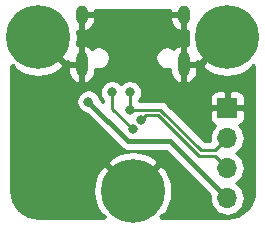
<source format=gbl>
G04 #@! TF.GenerationSoftware,KiCad,Pcbnew,(5.1.4)-1*
G04 #@! TF.CreationDate,2020-02-17T01:36:26-08:00*
G04 #@! TF.ProjectId,daughterboard,64617567-6874-4657-9262-6f6172642e6b,rev?*
G04 #@! TF.SameCoordinates,Original*
G04 #@! TF.FileFunction,Copper,L2,Bot*
G04 #@! TF.FilePolarity,Positive*
%FSLAX46Y46*%
G04 Gerber Fmt 4.6, Leading zero omitted, Abs format (unit mm)*
G04 Created by KiCad (PCBNEW (5.1.4)-1) date 2020-02-17 01:36:26*
%MOMM*%
%LPD*%
G04 APERTURE LIST*
%ADD10O,1.000000X2.100000*%
%ADD11O,1.000000X1.600000*%
%ADD12C,0.800000*%
%ADD13C,5.400000*%
%ADD14R,1.700000X1.700000*%
%ADD15O,1.700000X1.700000*%
%ADD16C,0.381000*%
%ADD17C,0.254000*%
G04 APERTURE END LIST*
D10*
X15320000Y-5280000D03*
X6680000Y-5280000D03*
D11*
X15320000Y-1100000D03*
X6680000Y-1100000D03*
D12*
X20431891Y-1568109D03*
X19000000Y-975000D03*
X17568109Y-1568109D03*
X16975000Y-3000000D03*
X17568109Y-4431891D03*
X19000000Y-5025000D03*
X20431891Y-4431891D03*
X21025000Y-3000000D03*
D13*
X19000000Y-3000000D03*
D12*
X4431891Y-1568109D03*
X3000000Y-975000D03*
X1568109Y-1568109D03*
X975000Y-3000000D03*
X1568109Y-4431891D03*
X3000000Y-5025000D03*
X4431891Y-4431891D03*
X5025000Y-3000000D03*
D13*
X3000000Y-3000000D03*
D12*
X12431891Y-14568109D03*
X11000000Y-13975000D03*
X9568109Y-14568109D03*
X8975000Y-16000000D03*
X9568109Y-17431891D03*
X11000000Y-18025000D03*
X12431891Y-17431891D03*
X13025000Y-16000000D03*
D13*
X11000000Y-16000000D03*
D14*
X19000000Y-9000000D03*
D15*
X19000000Y-11540000D03*
X19000000Y-14080000D03*
X19000000Y-16620000D03*
D12*
X10750000Y-7674000D03*
X10750000Y-9150000D03*
X11700000Y-10000000D03*
X7251831Y-8451831D03*
X11000000Y-10800000D03*
X9250000Y-7674001D03*
D16*
X6680000Y-3849000D02*
X6680000Y-1100000D01*
X6680000Y-5280000D02*
X6680000Y-3849000D01*
X15320000Y-1100000D02*
X15320000Y-5280000D01*
D17*
X10750000Y-7674000D02*
X10750000Y-9150000D01*
X17958600Y-12581400D02*
X19000000Y-11540000D01*
X16784392Y-12581400D02*
X17958600Y-12581400D01*
X13352992Y-9150000D02*
X16784392Y-12581400D01*
X10750000Y-9150000D02*
X13352992Y-9150000D01*
X11700000Y-10000000D02*
X12092790Y-9607210D01*
X17958600Y-13038600D02*
X16595012Y-13038600D01*
X19000000Y-14080000D02*
X17958600Y-13038600D01*
X13163622Y-9607210D02*
X16595012Y-13038600D01*
X12092790Y-9607210D02*
X13163622Y-9607210D01*
D16*
X19000000Y-16620000D02*
X14180000Y-11800000D01*
X14180000Y-11800000D02*
X10600000Y-11800000D01*
X10600000Y-11800000D02*
X7251831Y-8451831D01*
D17*
X9250000Y-9050000D02*
X11000000Y-10800000D01*
X9250000Y-7674001D02*
X9250000Y-9050000D01*
G36*
X14185000Y-973000D02*
G01*
X15193000Y-973000D01*
X15193000Y-953000D01*
X15447000Y-953000D01*
X15447000Y-973000D01*
X15467000Y-973000D01*
X15467000Y-1227000D01*
X15447000Y-1227000D01*
X15447000Y-2367954D01*
X15621874Y-2494119D01*
X15701787Y-2465520D01*
X15648866Y-2995431D01*
X15712366Y-3649293D01*
X15718787Y-3670564D01*
X15621874Y-3635881D01*
X15447000Y-3762046D01*
X15447000Y-5153000D01*
X16455000Y-5153000D01*
X16455000Y-5029098D01*
X16654626Y-5165769D01*
X18820395Y-3000000D01*
X18806253Y-2985858D01*
X18985858Y-2806253D01*
X19000000Y-2820395D01*
X19014143Y-2806253D01*
X19193748Y-2985858D01*
X19179605Y-3000000D01*
X19193748Y-3014143D01*
X19014143Y-3193748D01*
X19000000Y-3179605D01*
X16834231Y-5345374D01*
X17134411Y-5783828D01*
X17713356Y-6094296D01*
X18341746Y-6285852D01*
X18995431Y-6351134D01*
X19649293Y-6287634D01*
X20278203Y-6097792D01*
X20857992Y-5788904D01*
X20865589Y-5783828D01*
X21165768Y-5345376D01*
X21279373Y-5458981D01*
X21290000Y-5448354D01*
X21290001Y-15965269D01*
X21243048Y-16444133D01*
X21114063Y-16871353D01*
X20904554Y-17265384D01*
X20622501Y-17611214D01*
X20278651Y-17895672D01*
X19886093Y-18107927D01*
X19459788Y-18239891D01*
X18983036Y-18290000D01*
X13448354Y-18290000D01*
X13458981Y-18279373D01*
X13345376Y-18165768D01*
X13783828Y-17865589D01*
X14094296Y-17286644D01*
X14285852Y-16658254D01*
X14351134Y-16004569D01*
X14287634Y-15350707D01*
X14097792Y-14721797D01*
X13788904Y-14142008D01*
X13783828Y-14134411D01*
X13345374Y-13834231D01*
X11179605Y-16000000D01*
X11193748Y-16014143D01*
X11014143Y-16193748D01*
X11000000Y-16179605D01*
X10985858Y-16193748D01*
X10806253Y-16014143D01*
X10820395Y-16000000D01*
X8654626Y-13834231D01*
X8216172Y-14134411D01*
X7905704Y-14713356D01*
X7714148Y-15341746D01*
X7648866Y-15995431D01*
X7712366Y-16649293D01*
X7902208Y-17278203D01*
X8211096Y-17857992D01*
X8216172Y-17865589D01*
X8654624Y-18165768D01*
X8541019Y-18279373D01*
X8551646Y-18290000D01*
X3034721Y-18290000D01*
X2555867Y-18243048D01*
X2128647Y-18114063D01*
X1734616Y-17904554D01*
X1388786Y-17622501D01*
X1104328Y-17278651D01*
X892073Y-16886093D01*
X760109Y-16459788D01*
X710000Y-15983036D01*
X710000Y-13654626D01*
X8834231Y-13654626D01*
X11000000Y-15820395D01*
X13165769Y-13654626D01*
X12865589Y-13216172D01*
X12286644Y-12905704D01*
X11658254Y-12714148D01*
X11004569Y-12648866D01*
X10350707Y-12712366D01*
X9721797Y-12902208D01*
X9142008Y-13211096D01*
X9134411Y-13216172D01*
X8834231Y-13654626D01*
X710000Y-13654626D01*
X710000Y-8349892D01*
X6216831Y-8349892D01*
X6216831Y-8553770D01*
X6256605Y-8753729D01*
X6334626Y-8942087D01*
X6447894Y-9111605D01*
X6592057Y-9255768D01*
X6761575Y-9369036D01*
X6949933Y-9447057D01*
X7111827Y-9479260D01*
X9987606Y-12355039D01*
X10013459Y-12386541D01*
X10068877Y-12432021D01*
X10139157Y-12489699D01*
X10282566Y-12566353D01*
X10438174Y-12613556D01*
X10559447Y-12625500D01*
X10559449Y-12625500D01*
X10599999Y-12629494D01*
X10640550Y-12625500D01*
X13838068Y-12625500D01*
X17537644Y-16325076D01*
X17536487Y-16328889D01*
X17507815Y-16620000D01*
X17536487Y-16911111D01*
X17621401Y-17191034D01*
X17759294Y-17449014D01*
X17944866Y-17675134D01*
X18170986Y-17860706D01*
X18428966Y-17998599D01*
X18708889Y-18083513D01*
X18927050Y-18105000D01*
X19072950Y-18105000D01*
X19291111Y-18083513D01*
X19571034Y-17998599D01*
X19829014Y-17860706D01*
X20055134Y-17675134D01*
X20240706Y-17449014D01*
X20378599Y-17191034D01*
X20463513Y-16911111D01*
X20492185Y-16620000D01*
X20463513Y-16328889D01*
X20378599Y-16048966D01*
X20240706Y-15790986D01*
X20055134Y-15564866D01*
X19829014Y-15379294D01*
X19774209Y-15350000D01*
X19829014Y-15320706D01*
X20055134Y-15135134D01*
X20240706Y-14909014D01*
X20378599Y-14651034D01*
X20463513Y-14371111D01*
X20492185Y-14080000D01*
X20463513Y-13788889D01*
X20378599Y-13508966D01*
X20240706Y-13250986D01*
X20055134Y-13024866D01*
X19829014Y-12839294D01*
X19774209Y-12810000D01*
X19829014Y-12780706D01*
X20055134Y-12595134D01*
X20240706Y-12369014D01*
X20378599Y-12111034D01*
X20463513Y-11831111D01*
X20492185Y-11540000D01*
X20463513Y-11248889D01*
X20378599Y-10968966D01*
X20240706Y-10710986D01*
X20055134Y-10484866D01*
X20025313Y-10460393D01*
X20094180Y-10439502D01*
X20204494Y-10380537D01*
X20301185Y-10301185D01*
X20380537Y-10204494D01*
X20439502Y-10094180D01*
X20475812Y-9974482D01*
X20488072Y-9850000D01*
X20485000Y-9285750D01*
X20326250Y-9127000D01*
X19127000Y-9127000D01*
X19127000Y-9147000D01*
X18873000Y-9147000D01*
X18873000Y-9127000D01*
X17673750Y-9127000D01*
X17515000Y-9285750D01*
X17511928Y-9850000D01*
X17524188Y-9974482D01*
X17560498Y-10094180D01*
X17619463Y-10204494D01*
X17698815Y-10301185D01*
X17795506Y-10380537D01*
X17905820Y-10439502D01*
X17974687Y-10460393D01*
X17944866Y-10484866D01*
X17759294Y-10710986D01*
X17621401Y-10968966D01*
X17536487Y-11248889D01*
X17507815Y-11540000D01*
X17535334Y-11819400D01*
X17100023Y-11819400D01*
X13918276Y-8637654D01*
X13894414Y-8608578D01*
X13778384Y-8513355D01*
X13646007Y-8442598D01*
X13502370Y-8399026D01*
X13390418Y-8388000D01*
X13390415Y-8388000D01*
X13352992Y-8384314D01*
X13315569Y-8388000D01*
X11512000Y-8388000D01*
X11512000Y-8375711D01*
X11553937Y-8333774D01*
X11667205Y-8164256D01*
X11673110Y-8150000D01*
X17511928Y-8150000D01*
X17515000Y-8714250D01*
X17673750Y-8873000D01*
X18873000Y-8873000D01*
X18873000Y-7673750D01*
X19127000Y-7673750D01*
X19127000Y-8873000D01*
X20326250Y-8873000D01*
X20485000Y-8714250D01*
X20488072Y-8150000D01*
X20475812Y-8025518D01*
X20439502Y-7905820D01*
X20380537Y-7795506D01*
X20301185Y-7698815D01*
X20204494Y-7619463D01*
X20094180Y-7560498D01*
X19974482Y-7524188D01*
X19850000Y-7511928D01*
X19285750Y-7515000D01*
X19127000Y-7673750D01*
X18873000Y-7673750D01*
X18714250Y-7515000D01*
X18150000Y-7511928D01*
X18025518Y-7524188D01*
X17905820Y-7560498D01*
X17795506Y-7619463D01*
X17698815Y-7698815D01*
X17619463Y-7795506D01*
X17560498Y-7905820D01*
X17524188Y-8025518D01*
X17511928Y-8150000D01*
X11673110Y-8150000D01*
X11745226Y-7975898D01*
X11785000Y-7775939D01*
X11785000Y-7572061D01*
X11745226Y-7372102D01*
X11667205Y-7183744D01*
X11553937Y-7014226D01*
X11409774Y-6870063D01*
X11240256Y-6756795D01*
X11051898Y-6678774D01*
X10851939Y-6639000D01*
X10648061Y-6639000D01*
X10448102Y-6678774D01*
X10259744Y-6756795D01*
X10090226Y-6870063D01*
X10000000Y-6960290D01*
X9909774Y-6870064D01*
X9740256Y-6756796D01*
X9551898Y-6678775D01*
X9351939Y-6639001D01*
X9148061Y-6639001D01*
X8948102Y-6678775D01*
X8759744Y-6756796D01*
X8590226Y-6870064D01*
X8446063Y-7014227D01*
X8332795Y-7183745D01*
X8254774Y-7372103D01*
X8215000Y-7572062D01*
X8215000Y-7775940D01*
X8254774Y-7975899D01*
X8332795Y-8164257D01*
X8446063Y-8333775D01*
X8488001Y-8375713D01*
X8488001Y-8520568D01*
X8279260Y-8311827D01*
X8247057Y-8149933D01*
X8169036Y-7961575D01*
X8055768Y-7792057D01*
X7911605Y-7647894D01*
X7742087Y-7534626D01*
X7553729Y-7456605D01*
X7353770Y-7416831D01*
X7149892Y-7416831D01*
X6949933Y-7456605D01*
X6761575Y-7534626D01*
X6592057Y-7647894D01*
X6447894Y-7792057D01*
X6334626Y-7961575D01*
X6256605Y-8149933D01*
X6216831Y-8349892D01*
X710000Y-8349892D01*
X710000Y-5448354D01*
X720627Y-5458981D01*
X834232Y-5345376D01*
X1134411Y-5783828D01*
X1713356Y-6094296D01*
X2341746Y-6285852D01*
X2995431Y-6351134D01*
X3649293Y-6287634D01*
X4278203Y-6097792D01*
X4857992Y-5788904D01*
X4865589Y-5783828D01*
X5123577Y-5407000D01*
X5545000Y-5407000D01*
X5545000Y-5957000D01*
X5591585Y-6175987D01*
X5679997Y-6381678D01*
X5806839Y-6566169D01*
X5967236Y-6722369D01*
X6155024Y-6844276D01*
X6378126Y-6924119D01*
X6553000Y-6797954D01*
X6553000Y-5407000D01*
X5545000Y-5407000D01*
X5123577Y-5407000D01*
X5165769Y-5345374D01*
X3000000Y-3179605D01*
X2985858Y-3193748D01*
X2806253Y-3014143D01*
X2820395Y-3000000D01*
X2806253Y-2985858D01*
X2985858Y-2806253D01*
X3000000Y-2820395D01*
X3014143Y-2806253D01*
X3193748Y-2985858D01*
X3179605Y-3000000D01*
X5345374Y-5165769D01*
X5545000Y-5029098D01*
X5545000Y-5153000D01*
X6553000Y-5153000D01*
X6553000Y-3762046D01*
X6807000Y-3762046D01*
X6807000Y-5153000D01*
X6827000Y-5153000D01*
X6827000Y-5407000D01*
X6807000Y-5407000D01*
X6807000Y-6797954D01*
X6981874Y-6924119D01*
X7204976Y-6844276D01*
X7392764Y-6722369D01*
X7553161Y-6566169D01*
X7680003Y-6381678D01*
X7768415Y-6175987D01*
X7815000Y-5957000D01*
X7815000Y-5666904D01*
X7829978Y-5673108D01*
X8015448Y-5710000D01*
X8204552Y-5710000D01*
X8390022Y-5673108D01*
X8564731Y-5600741D01*
X8721964Y-5495681D01*
X8855681Y-5361964D01*
X8960741Y-5204731D01*
X9033108Y-5030022D01*
X9070000Y-4844552D01*
X9070000Y-4655448D01*
X12930000Y-4655448D01*
X12930000Y-4844552D01*
X12966892Y-5030022D01*
X13039259Y-5204731D01*
X13144319Y-5361964D01*
X13278036Y-5495681D01*
X13435269Y-5600741D01*
X13609978Y-5673108D01*
X13795448Y-5710000D01*
X13984552Y-5710000D01*
X14170022Y-5673108D01*
X14185000Y-5666904D01*
X14185000Y-5957000D01*
X14231585Y-6175987D01*
X14319997Y-6381678D01*
X14446839Y-6566169D01*
X14607236Y-6722369D01*
X14795024Y-6844276D01*
X15018126Y-6924119D01*
X15193000Y-6797954D01*
X15193000Y-5407000D01*
X15447000Y-5407000D01*
X15447000Y-6797954D01*
X15621874Y-6924119D01*
X15844976Y-6844276D01*
X16032764Y-6722369D01*
X16193161Y-6566169D01*
X16320003Y-6381678D01*
X16408415Y-6175987D01*
X16455000Y-5957000D01*
X16455000Y-5407000D01*
X15447000Y-5407000D01*
X15193000Y-5407000D01*
X15173000Y-5407000D01*
X15173000Y-5153000D01*
X15193000Y-5153000D01*
X15193000Y-3762046D01*
X15018126Y-3635881D01*
X14795024Y-3715724D01*
X14607236Y-3837631D01*
X14462884Y-3978206D01*
X14344731Y-3899259D01*
X14170022Y-3826892D01*
X13984552Y-3790000D01*
X13795448Y-3790000D01*
X13609978Y-3826892D01*
X13435269Y-3899259D01*
X13278036Y-4004319D01*
X13144319Y-4138036D01*
X13039259Y-4295269D01*
X12966892Y-4469978D01*
X12930000Y-4655448D01*
X9070000Y-4655448D01*
X9033108Y-4469978D01*
X8960741Y-4295269D01*
X8855681Y-4138036D01*
X8721964Y-4004319D01*
X8564731Y-3899259D01*
X8390022Y-3826892D01*
X8204552Y-3790000D01*
X8015448Y-3790000D01*
X7829978Y-3826892D01*
X7655269Y-3899259D01*
X7537116Y-3978206D01*
X7392764Y-3837631D01*
X7204976Y-3715724D01*
X6981874Y-3635881D01*
X6807000Y-3762046D01*
X6553000Y-3762046D01*
X6378126Y-3635881D01*
X6282208Y-3670208D01*
X6285852Y-3658254D01*
X6351134Y-3004569D01*
X6298805Y-2465732D01*
X6378126Y-2494119D01*
X6553000Y-2367954D01*
X6553000Y-1227000D01*
X6807000Y-1227000D01*
X6807000Y-2367954D01*
X6981874Y-2494119D01*
X7204976Y-2414276D01*
X7392764Y-2292369D01*
X7553161Y-2136169D01*
X7680003Y-1951678D01*
X7768415Y-1745987D01*
X7815000Y-1527000D01*
X7815000Y-1227000D01*
X14185000Y-1227000D01*
X14185000Y-1527000D01*
X14231585Y-1745987D01*
X14319997Y-1951678D01*
X14446839Y-2136169D01*
X14607236Y-2292369D01*
X14795024Y-2414276D01*
X15018126Y-2494119D01*
X15193000Y-2367954D01*
X15193000Y-1227000D01*
X14185000Y-1227000D01*
X7815000Y-1227000D01*
X6807000Y-1227000D01*
X6553000Y-1227000D01*
X6533000Y-1227000D01*
X6533000Y-973000D01*
X6553000Y-973000D01*
X6553000Y-953000D01*
X6807000Y-953000D01*
X6807000Y-973000D01*
X7815000Y-973000D01*
X7815000Y-710000D01*
X14185000Y-710000D01*
X14185000Y-973000D01*
X14185000Y-973000D01*
G37*
X14185000Y-973000D02*
X15193000Y-973000D01*
X15193000Y-953000D01*
X15447000Y-953000D01*
X15447000Y-973000D01*
X15467000Y-973000D01*
X15467000Y-1227000D01*
X15447000Y-1227000D01*
X15447000Y-2367954D01*
X15621874Y-2494119D01*
X15701787Y-2465520D01*
X15648866Y-2995431D01*
X15712366Y-3649293D01*
X15718787Y-3670564D01*
X15621874Y-3635881D01*
X15447000Y-3762046D01*
X15447000Y-5153000D01*
X16455000Y-5153000D01*
X16455000Y-5029098D01*
X16654626Y-5165769D01*
X18820395Y-3000000D01*
X18806253Y-2985858D01*
X18985858Y-2806253D01*
X19000000Y-2820395D01*
X19014143Y-2806253D01*
X19193748Y-2985858D01*
X19179605Y-3000000D01*
X19193748Y-3014143D01*
X19014143Y-3193748D01*
X19000000Y-3179605D01*
X16834231Y-5345374D01*
X17134411Y-5783828D01*
X17713356Y-6094296D01*
X18341746Y-6285852D01*
X18995431Y-6351134D01*
X19649293Y-6287634D01*
X20278203Y-6097792D01*
X20857992Y-5788904D01*
X20865589Y-5783828D01*
X21165768Y-5345376D01*
X21279373Y-5458981D01*
X21290000Y-5448354D01*
X21290001Y-15965269D01*
X21243048Y-16444133D01*
X21114063Y-16871353D01*
X20904554Y-17265384D01*
X20622501Y-17611214D01*
X20278651Y-17895672D01*
X19886093Y-18107927D01*
X19459788Y-18239891D01*
X18983036Y-18290000D01*
X13448354Y-18290000D01*
X13458981Y-18279373D01*
X13345376Y-18165768D01*
X13783828Y-17865589D01*
X14094296Y-17286644D01*
X14285852Y-16658254D01*
X14351134Y-16004569D01*
X14287634Y-15350707D01*
X14097792Y-14721797D01*
X13788904Y-14142008D01*
X13783828Y-14134411D01*
X13345374Y-13834231D01*
X11179605Y-16000000D01*
X11193748Y-16014143D01*
X11014143Y-16193748D01*
X11000000Y-16179605D01*
X10985858Y-16193748D01*
X10806253Y-16014143D01*
X10820395Y-16000000D01*
X8654626Y-13834231D01*
X8216172Y-14134411D01*
X7905704Y-14713356D01*
X7714148Y-15341746D01*
X7648866Y-15995431D01*
X7712366Y-16649293D01*
X7902208Y-17278203D01*
X8211096Y-17857992D01*
X8216172Y-17865589D01*
X8654624Y-18165768D01*
X8541019Y-18279373D01*
X8551646Y-18290000D01*
X3034721Y-18290000D01*
X2555867Y-18243048D01*
X2128647Y-18114063D01*
X1734616Y-17904554D01*
X1388786Y-17622501D01*
X1104328Y-17278651D01*
X892073Y-16886093D01*
X760109Y-16459788D01*
X710000Y-15983036D01*
X710000Y-13654626D01*
X8834231Y-13654626D01*
X11000000Y-15820395D01*
X13165769Y-13654626D01*
X12865589Y-13216172D01*
X12286644Y-12905704D01*
X11658254Y-12714148D01*
X11004569Y-12648866D01*
X10350707Y-12712366D01*
X9721797Y-12902208D01*
X9142008Y-13211096D01*
X9134411Y-13216172D01*
X8834231Y-13654626D01*
X710000Y-13654626D01*
X710000Y-8349892D01*
X6216831Y-8349892D01*
X6216831Y-8553770D01*
X6256605Y-8753729D01*
X6334626Y-8942087D01*
X6447894Y-9111605D01*
X6592057Y-9255768D01*
X6761575Y-9369036D01*
X6949933Y-9447057D01*
X7111827Y-9479260D01*
X9987606Y-12355039D01*
X10013459Y-12386541D01*
X10068877Y-12432021D01*
X10139157Y-12489699D01*
X10282566Y-12566353D01*
X10438174Y-12613556D01*
X10559447Y-12625500D01*
X10559449Y-12625500D01*
X10599999Y-12629494D01*
X10640550Y-12625500D01*
X13838068Y-12625500D01*
X17537644Y-16325076D01*
X17536487Y-16328889D01*
X17507815Y-16620000D01*
X17536487Y-16911111D01*
X17621401Y-17191034D01*
X17759294Y-17449014D01*
X17944866Y-17675134D01*
X18170986Y-17860706D01*
X18428966Y-17998599D01*
X18708889Y-18083513D01*
X18927050Y-18105000D01*
X19072950Y-18105000D01*
X19291111Y-18083513D01*
X19571034Y-17998599D01*
X19829014Y-17860706D01*
X20055134Y-17675134D01*
X20240706Y-17449014D01*
X20378599Y-17191034D01*
X20463513Y-16911111D01*
X20492185Y-16620000D01*
X20463513Y-16328889D01*
X20378599Y-16048966D01*
X20240706Y-15790986D01*
X20055134Y-15564866D01*
X19829014Y-15379294D01*
X19774209Y-15350000D01*
X19829014Y-15320706D01*
X20055134Y-15135134D01*
X20240706Y-14909014D01*
X20378599Y-14651034D01*
X20463513Y-14371111D01*
X20492185Y-14080000D01*
X20463513Y-13788889D01*
X20378599Y-13508966D01*
X20240706Y-13250986D01*
X20055134Y-13024866D01*
X19829014Y-12839294D01*
X19774209Y-12810000D01*
X19829014Y-12780706D01*
X20055134Y-12595134D01*
X20240706Y-12369014D01*
X20378599Y-12111034D01*
X20463513Y-11831111D01*
X20492185Y-11540000D01*
X20463513Y-11248889D01*
X20378599Y-10968966D01*
X20240706Y-10710986D01*
X20055134Y-10484866D01*
X20025313Y-10460393D01*
X20094180Y-10439502D01*
X20204494Y-10380537D01*
X20301185Y-10301185D01*
X20380537Y-10204494D01*
X20439502Y-10094180D01*
X20475812Y-9974482D01*
X20488072Y-9850000D01*
X20485000Y-9285750D01*
X20326250Y-9127000D01*
X19127000Y-9127000D01*
X19127000Y-9147000D01*
X18873000Y-9147000D01*
X18873000Y-9127000D01*
X17673750Y-9127000D01*
X17515000Y-9285750D01*
X17511928Y-9850000D01*
X17524188Y-9974482D01*
X17560498Y-10094180D01*
X17619463Y-10204494D01*
X17698815Y-10301185D01*
X17795506Y-10380537D01*
X17905820Y-10439502D01*
X17974687Y-10460393D01*
X17944866Y-10484866D01*
X17759294Y-10710986D01*
X17621401Y-10968966D01*
X17536487Y-11248889D01*
X17507815Y-11540000D01*
X17535334Y-11819400D01*
X17100023Y-11819400D01*
X13918276Y-8637654D01*
X13894414Y-8608578D01*
X13778384Y-8513355D01*
X13646007Y-8442598D01*
X13502370Y-8399026D01*
X13390418Y-8388000D01*
X13390415Y-8388000D01*
X13352992Y-8384314D01*
X13315569Y-8388000D01*
X11512000Y-8388000D01*
X11512000Y-8375711D01*
X11553937Y-8333774D01*
X11667205Y-8164256D01*
X11673110Y-8150000D01*
X17511928Y-8150000D01*
X17515000Y-8714250D01*
X17673750Y-8873000D01*
X18873000Y-8873000D01*
X18873000Y-7673750D01*
X19127000Y-7673750D01*
X19127000Y-8873000D01*
X20326250Y-8873000D01*
X20485000Y-8714250D01*
X20488072Y-8150000D01*
X20475812Y-8025518D01*
X20439502Y-7905820D01*
X20380537Y-7795506D01*
X20301185Y-7698815D01*
X20204494Y-7619463D01*
X20094180Y-7560498D01*
X19974482Y-7524188D01*
X19850000Y-7511928D01*
X19285750Y-7515000D01*
X19127000Y-7673750D01*
X18873000Y-7673750D01*
X18714250Y-7515000D01*
X18150000Y-7511928D01*
X18025518Y-7524188D01*
X17905820Y-7560498D01*
X17795506Y-7619463D01*
X17698815Y-7698815D01*
X17619463Y-7795506D01*
X17560498Y-7905820D01*
X17524188Y-8025518D01*
X17511928Y-8150000D01*
X11673110Y-8150000D01*
X11745226Y-7975898D01*
X11785000Y-7775939D01*
X11785000Y-7572061D01*
X11745226Y-7372102D01*
X11667205Y-7183744D01*
X11553937Y-7014226D01*
X11409774Y-6870063D01*
X11240256Y-6756795D01*
X11051898Y-6678774D01*
X10851939Y-6639000D01*
X10648061Y-6639000D01*
X10448102Y-6678774D01*
X10259744Y-6756795D01*
X10090226Y-6870063D01*
X10000000Y-6960290D01*
X9909774Y-6870064D01*
X9740256Y-6756796D01*
X9551898Y-6678775D01*
X9351939Y-6639001D01*
X9148061Y-6639001D01*
X8948102Y-6678775D01*
X8759744Y-6756796D01*
X8590226Y-6870064D01*
X8446063Y-7014227D01*
X8332795Y-7183745D01*
X8254774Y-7372103D01*
X8215000Y-7572062D01*
X8215000Y-7775940D01*
X8254774Y-7975899D01*
X8332795Y-8164257D01*
X8446063Y-8333775D01*
X8488001Y-8375713D01*
X8488001Y-8520568D01*
X8279260Y-8311827D01*
X8247057Y-8149933D01*
X8169036Y-7961575D01*
X8055768Y-7792057D01*
X7911605Y-7647894D01*
X7742087Y-7534626D01*
X7553729Y-7456605D01*
X7353770Y-7416831D01*
X7149892Y-7416831D01*
X6949933Y-7456605D01*
X6761575Y-7534626D01*
X6592057Y-7647894D01*
X6447894Y-7792057D01*
X6334626Y-7961575D01*
X6256605Y-8149933D01*
X6216831Y-8349892D01*
X710000Y-8349892D01*
X710000Y-5448354D01*
X720627Y-5458981D01*
X834232Y-5345376D01*
X1134411Y-5783828D01*
X1713356Y-6094296D01*
X2341746Y-6285852D01*
X2995431Y-6351134D01*
X3649293Y-6287634D01*
X4278203Y-6097792D01*
X4857992Y-5788904D01*
X4865589Y-5783828D01*
X5123577Y-5407000D01*
X5545000Y-5407000D01*
X5545000Y-5957000D01*
X5591585Y-6175987D01*
X5679997Y-6381678D01*
X5806839Y-6566169D01*
X5967236Y-6722369D01*
X6155024Y-6844276D01*
X6378126Y-6924119D01*
X6553000Y-6797954D01*
X6553000Y-5407000D01*
X5545000Y-5407000D01*
X5123577Y-5407000D01*
X5165769Y-5345374D01*
X3000000Y-3179605D01*
X2985858Y-3193748D01*
X2806253Y-3014143D01*
X2820395Y-3000000D01*
X2806253Y-2985858D01*
X2985858Y-2806253D01*
X3000000Y-2820395D01*
X3014143Y-2806253D01*
X3193748Y-2985858D01*
X3179605Y-3000000D01*
X5345374Y-5165769D01*
X5545000Y-5029098D01*
X5545000Y-5153000D01*
X6553000Y-5153000D01*
X6553000Y-3762046D01*
X6807000Y-3762046D01*
X6807000Y-5153000D01*
X6827000Y-5153000D01*
X6827000Y-5407000D01*
X6807000Y-5407000D01*
X6807000Y-6797954D01*
X6981874Y-6924119D01*
X7204976Y-6844276D01*
X7392764Y-6722369D01*
X7553161Y-6566169D01*
X7680003Y-6381678D01*
X7768415Y-6175987D01*
X7815000Y-5957000D01*
X7815000Y-5666904D01*
X7829978Y-5673108D01*
X8015448Y-5710000D01*
X8204552Y-5710000D01*
X8390022Y-5673108D01*
X8564731Y-5600741D01*
X8721964Y-5495681D01*
X8855681Y-5361964D01*
X8960741Y-5204731D01*
X9033108Y-5030022D01*
X9070000Y-4844552D01*
X9070000Y-4655448D01*
X12930000Y-4655448D01*
X12930000Y-4844552D01*
X12966892Y-5030022D01*
X13039259Y-5204731D01*
X13144319Y-5361964D01*
X13278036Y-5495681D01*
X13435269Y-5600741D01*
X13609978Y-5673108D01*
X13795448Y-5710000D01*
X13984552Y-5710000D01*
X14170022Y-5673108D01*
X14185000Y-5666904D01*
X14185000Y-5957000D01*
X14231585Y-6175987D01*
X14319997Y-6381678D01*
X14446839Y-6566169D01*
X14607236Y-6722369D01*
X14795024Y-6844276D01*
X15018126Y-6924119D01*
X15193000Y-6797954D01*
X15193000Y-5407000D01*
X15447000Y-5407000D01*
X15447000Y-6797954D01*
X15621874Y-6924119D01*
X15844976Y-6844276D01*
X16032764Y-6722369D01*
X16193161Y-6566169D01*
X16320003Y-6381678D01*
X16408415Y-6175987D01*
X16455000Y-5957000D01*
X16455000Y-5407000D01*
X15447000Y-5407000D01*
X15193000Y-5407000D01*
X15173000Y-5407000D01*
X15173000Y-5153000D01*
X15193000Y-5153000D01*
X15193000Y-3762046D01*
X15018126Y-3635881D01*
X14795024Y-3715724D01*
X14607236Y-3837631D01*
X14462884Y-3978206D01*
X14344731Y-3899259D01*
X14170022Y-3826892D01*
X13984552Y-3790000D01*
X13795448Y-3790000D01*
X13609978Y-3826892D01*
X13435269Y-3899259D01*
X13278036Y-4004319D01*
X13144319Y-4138036D01*
X13039259Y-4295269D01*
X12966892Y-4469978D01*
X12930000Y-4655448D01*
X9070000Y-4655448D01*
X9033108Y-4469978D01*
X8960741Y-4295269D01*
X8855681Y-4138036D01*
X8721964Y-4004319D01*
X8564731Y-3899259D01*
X8390022Y-3826892D01*
X8204552Y-3790000D01*
X8015448Y-3790000D01*
X7829978Y-3826892D01*
X7655269Y-3899259D01*
X7537116Y-3978206D01*
X7392764Y-3837631D01*
X7204976Y-3715724D01*
X6981874Y-3635881D01*
X6807000Y-3762046D01*
X6553000Y-3762046D01*
X6378126Y-3635881D01*
X6282208Y-3670208D01*
X6285852Y-3658254D01*
X6351134Y-3004569D01*
X6298805Y-2465732D01*
X6378126Y-2494119D01*
X6553000Y-2367954D01*
X6553000Y-1227000D01*
X6807000Y-1227000D01*
X6807000Y-2367954D01*
X6981874Y-2494119D01*
X7204976Y-2414276D01*
X7392764Y-2292369D01*
X7553161Y-2136169D01*
X7680003Y-1951678D01*
X7768415Y-1745987D01*
X7815000Y-1527000D01*
X7815000Y-1227000D01*
X14185000Y-1227000D01*
X14185000Y-1527000D01*
X14231585Y-1745987D01*
X14319997Y-1951678D01*
X14446839Y-2136169D01*
X14607236Y-2292369D01*
X14795024Y-2414276D01*
X15018126Y-2494119D01*
X15193000Y-2367954D01*
X15193000Y-1227000D01*
X14185000Y-1227000D01*
X7815000Y-1227000D01*
X6807000Y-1227000D01*
X6553000Y-1227000D01*
X6533000Y-1227000D01*
X6533000Y-973000D01*
X6553000Y-973000D01*
X6553000Y-953000D01*
X6807000Y-953000D01*
X6807000Y-973000D01*
X7815000Y-973000D01*
X7815000Y-710000D01*
X14185000Y-710000D01*
X14185000Y-973000D01*
M02*

</source>
